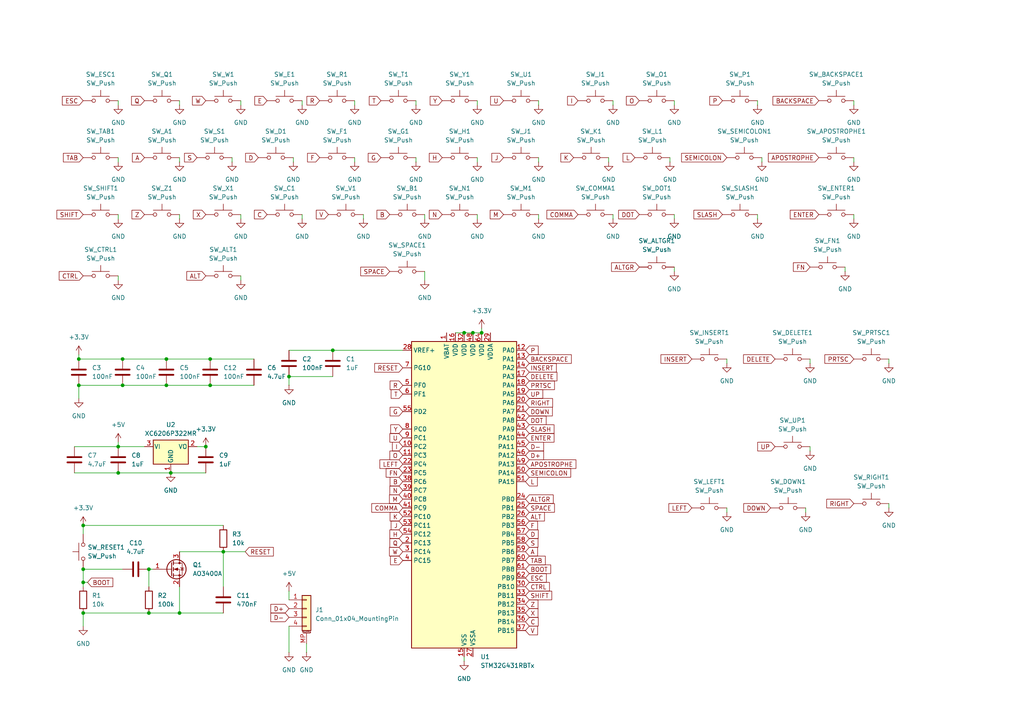
<source format=kicad_sch>
(kicad_sch (version 20231120) (generator "eeschema") (generator_version "8.0")
  (paper "A4")
  (junction (at 24.13 177.8))
  (junction (at 83.82 109.22))
  (junction (at 24.13 152.4))
  (junction (at 48.26 104.14))
  (junction (at 52.07 177.8))
  (junction (at 64.77 160.02))
  (junction (at 24.13 165.1))
  (junction (at 24.13 168.91))
  (junction (at 96.52 101.6))
  (junction (at 60.96 104.14))
  (junction (at 139.7 96.52))
  (junction (at 43.18 165.1))
  (junction (at 43.18 177.8))
  (junction (at 22.86 104.14))
  (junction (at 48.26 111.76))
  (junction (at 137.16 96.52))
  (junction (at 134.62 96.52))
  (junction (at 34.29 137.16))
  (junction (at 34.29 129.54))
  (junction (at 22.86 111.76))
  (junction (at 59.69 129.54))
  (junction (at 60.96 111.76))
  (junction (at 35.56 104.14))
  (junction (at 49.53 137.16))
  (junction (at 35.56 111.76))
  (wire (pts (xy 102.87 45.72) (xy 102.87 46.99)))
  (wire (pts (xy 123.19 62.23) (xy 123.19 63.5)))
  (wire (pts (xy 85.09 45.72) (xy 85.09 46.99)))
  (wire (pts (xy 120.65 45.72) (xy 120.65 46.99)))
  (wire (pts (xy 139.7 95.25) (xy 139.7 96.52)))
  (wire (pts (xy 83.82 181.61) (xy 83.82 189.23)))
  (wire (pts (xy 105.41 62.23) (xy 105.41 63.5)))
  (wire (pts (xy 257.81 146.05) (xy 257.81 147.32)))
  (wire (pts (xy 194.31 45.72) (xy 194.31 46.99)))
  (wire (pts (xy 138.43 45.72) (xy 138.43 46.99)))
  (wire (pts (xy 22.86 104.14) (xy 35.56 104.14)))
  (wire (pts (xy 52.07 177.8) (xy 64.77 177.8)))
  (wire (pts (xy 69.85 80.01) (xy 69.85 81.28)))
  (wire (pts (xy 156.21 62.23) (xy 156.21 63.5)))
  (wire (pts (xy 43.18 165.1) (xy 43.18 170.18)))
  (wire (pts (xy 34.29 128.27) (xy 34.29 129.54)))
  (wire (pts (xy 24.13 165.1) (xy 35.56 165.1)))
  (wire (pts (xy 102.87 29.21) (xy 102.87 30.48)))
  (wire (pts (xy 60.96 104.14) (xy 73.66 104.14)))
  (wire (pts (xy 195.58 62.23) (xy 195.58 63.5)))
  (wire (pts (xy 48.26 104.14) (xy 60.96 104.14)))
  (wire (pts (xy 67.31 45.72) (xy 67.31 46.99)))
  (wire (pts (xy 219.71 62.23) (xy 219.71 63.5)))
  (wire (pts (xy 21.59 129.54) (xy 34.29 129.54)))
  (wire (pts (xy 96.52 101.6) (xy 116.84 101.6)))
  (wire (pts (xy 24.13 177.8) (xy 43.18 177.8)))
  (wire (pts (xy 43.18 177.8) (xy 52.07 177.8)))
  (wire (pts (xy 69.85 29.21) (xy 69.85 30.48)))
  (wire (pts (xy 156.21 29.21) (xy 156.21 30.48)))
  (wire (pts (xy 87.63 62.23) (xy 87.63 63.5)))
  (wire (pts (xy 34.29 29.21) (xy 34.29 30.48)))
  (wire (pts (xy 247.65 45.72) (xy 247.65 46.99)))
  (wire (pts (xy 138.43 29.21) (xy 138.43 30.48)))
  (wire (pts (xy 34.29 80.01) (xy 34.29 81.28)))
  (wire (pts (xy 210.82 147.32) (xy 210.82 148.59)))
  (wire (pts (xy 83.82 109.22) (xy 96.52 109.22)))
  (wire (pts (xy 60.96 111.76) (xy 73.66 111.76)))
  (wire (pts (xy 24.13 152.4) (xy 64.77 152.4)))
  (wire (pts (xy 52.07 62.23) (xy 52.07 63.5)))
  (wire (pts (xy 120.65 29.21) (xy 120.65 30.48)))
  (wire (pts (xy 49.53 137.16) (xy 59.69 137.16)))
  (wire (pts (xy 220.98 45.72) (xy 220.98 46.99)))
  (wire (pts (xy 24.13 165.1) (xy 24.13 168.91)))
  (wire (pts (xy 83.82 101.6) (xy 96.52 101.6)))
  (wire (pts (xy 134.62 190.5) (xy 134.62 191.77)))
  (wire (pts (xy 234.95 129.54) (xy 234.95 130.81)))
  (wire (pts (xy 34.29 62.23) (xy 34.29 63.5)))
  (wire (pts (xy 138.43 62.23) (xy 138.43 63.5)))
  (wire (pts (xy 247.65 29.21) (xy 247.65 30.48)))
  (wire (pts (xy 24.13 177.8) (xy 24.13 181.61)))
  (wire (pts (xy 123.19 78.74) (xy 123.19 81.28)))
  (wire (pts (xy 52.07 170.18) (xy 52.07 177.8)))
  (wire (pts (xy 52.07 160.02) (xy 64.77 160.02)))
  (wire (pts (xy 22.86 111.76) (xy 22.86 115.57)))
  (wire (pts (xy 57.15 129.54) (xy 59.69 129.54)))
  (wire (pts (xy 257.81 104.14) (xy 257.81 105.41)))
  (wire (pts (xy 219.71 29.21) (xy 219.71 30.48)))
  (wire (pts (xy 48.26 111.76) (xy 60.96 111.76)))
  (wire (pts (xy 137.16 96.52) (xy 139.7 96.52)))
  (wire (pts (xy 52.07 45.72) (xy 52.07 46.99)))
  (wire (pts (xy 233.68 147.32) (xy 233.68 148.59)))
  (wire (pts (xy 134.62 96.52) (xy 137.16 96.52)))
  (wire (pts (xy 247.65 62.23) (xy 247.65 63.5)))
  (wire (pts (xy 88.9 186.69) (xy 88.9 189.23)))
  (wire (pts (xy 245.11 77.47) (xy 245.11 78.74)))
  (wire (pts (xy 83.82 109.22) (xy 83.82 111.76)))
  (wire (pts (xy 176.53 45.72) (xy 176.53 46.99)))
  (wire (pts (xy 34.29 137.16) (xy 49.53 137.16)))
  (wire (pts (xy 22.86 102.87) (xy 22.86 104.14)))
  (wire (pts (xy 35.56 104.14) (xy 48.26 104.14)))
  (wire (pts (xy 87.63 29.21) (xy 87.63 30.48)))
  (wire (pts (xy 69.85 62.23) (xy 69.85 63.5)))
  (wire (pts (xy 64.77 160.02) (xy 64.77 170.18)))
  (wire (pts (xy 177.8 29.21) (xy 177.8 30.48)))
  (wire (pts (xy 156.21 45.72) (xy 156.21 46.99)))
  (wire (pts (xy 234.95 104.14) (xy 234.95 105.41)))
  (wire (pts (xy 24.13 154.94) (xy 24.13 152.4)))
  (wire (pts (xy 35.56 111.76) (xy 48.26 111.76)))
  (wire (pts (xy 21.59 137.16) (xy 34.29 137.16)))
  (wire (pts (xy 43.18 165.1) (xy 44.45 165.1)))
  (wire (pts (xy 34.29 129.54) (xy 41.91 129.54)))
  (wire (pts (xy 177.8 62.23) (xy 177.8 63.5)))
  (wire (pts (xy 24.13 168.91) (xy 25.4 168.91)))
  (wire (pts (xy 24.13 168.91) (xy 24.13 170.18)))
  (wire (pts (xy 195.58 29.21) (xy 195.58 30.48)))
  (wire (pts (xy 210.82 104.14) (xy 210.82 105.41)))
  (wire (pts (xy 34.29 45.72) (xy 34.29 46.99)))
  (wire (pts (xy 195.58 77.47) (xy 195.58 78.74)))
  (wire (pts (xy 83.82 171.45) (xy 83.82 173.99)))
  (wire (pts (xy 132.08 96.52) (xy 134.62 96.52)))
  (wire (pts (xy 52.07 29.21) (xy 52.07 30.48)))
  (wire (pts (xy 64.77 160.02) (xy 71.12 160.02)))
  (wire (pts (xy 22.86 111.76) (xy 35.56 111.76)))
  (global_label "N" (shape input) (at 128.27 62.23 180) (property "Intersheetrefs" "${INTERSHEET_REFS}" (effects (hide yes))))
  (global_label "D+" (shape input) (at 152.4 132.08 0) (property "Intersheetrefs" "${INTERSHEET_REFS}" (effects (hide yes))))
  (global_label "L" (shape input) (at 184.15 45.72 180) (property "Intersheetrefs" "${INTERSHEET_REFS}" (effects (hide yes))))
  (global_label "D" (shape input) (at 74.93 45.72 180) (property "Intersheetrefs" "${INTERSHEET_REFS}" (effects (hide yes))))
  (global_label "E" (shape input) (at 77.47 29.21 180) (property "Intersheetrefs" "${INTERSHEET_REFS}" (effects (hide yes))))
  (global_label "Q" (shape input) (at 41.91 29.21 180) (property "Intersheetrefs" "${INTERSHEET_REFS}" (effects (hide yes))))
  (global_label "PRTSC" (shape input) (at 247.65 104.14 180) (property "Intersheetrefs" "${INTERSHEET_REFS}" (effects (hide yes))))
  (global_label "ALT" (shape input) (at 59.69 80.01 180) (property "Intersheetrefs" "${INTERSHEET_REFS}" (effects (hide yes))))
  (global_label "RESET" (shape input) (at 116.84 106.68 180) (property "Intersheetrefs" "${INTERSHEET_REFS}" (effects (hide yes))))
  (global_label "Y" (shape input) (at 116.84 124.46 180) (property "Intersheetrefs" "${INTERSHEET_REFS}" (effects (hide yes))))
  (global_label "ESC" (shape input) (at 152.4 167.64 0) (property "Intersheetrefs" "${INTERSHEET_REFS}" (effects (hide yes))))
  (global_label "X" (shape input) (at 59.69 62.23 180) (property "Intersheetrefs" "${INTERSHEET_REFS}" (effects (hide yes))))
  (global_label "H" (shape input) (at 128.27 45.72 180) (property "Intersheetrefs" "${INTERSHEET_REFS}" (effects (hide yes))))
  (global_label "FN" (shape input) (at 234.95 77.47 180) (property "Intersheetrefs" "${INTERSHEET_REFS}" (effects (hide yes))))
  (global_label "S" (shape input) (at 152.4 157.48 0) (property "Intersheetrefs" "${INTERSHEET_REFS}" (effects (hide yes))))
  (global_label "ALT" (shape input) (at 152.4 149.86 0) (property "Intersheetrefs" "${INTERSHEET_REFS}" (effects (hide yes))))
  (global_label "B" (shape input) (at 113.03 62.23 180) (property "Intersheetrefs" "${INTERSHEET_REFS}" (effects (hide yes))))
  (global_label "V" (shape input) (at 152.4 182.88 0) (property "Intersheetrefs" "${INTERSHEET_REFS}" (effects (hide yes))))
  (global_label "SEMICOLON" (shape input) (at 210.82 45.72 180) (property "Intersheetrefs" "${INTERSHEET_REFS}" (effects (hide yes))))
  (global_label "I" (shape input) (at 167.64 29.21 180) (property "Intersheetrefs" "${INTERSHEET_REFS}" (effects (hide yes))))
  (global_label "COMMA" (shape input) (at 167.64 62.23 180) (property "Intersheetrefs" "${INTERSHEET_REFS}" (effects (hide yes))))
  (global_label "C" (shape input) (at 152.4 180.34 0) (property "Intersheetrefs" "${INTERSHEET_REFS}" (effects (hide yes))))
  (global_label "SPACE" (shape input) (at 113.03 78.74 180) (property "Intersheetrefs" "${INTERSHEET_REFS}" (effects (hide yes))))
  (global_label "SPACE" (shape input) (at 152.4 147.32 0) (property "Intersheetrefs" "${INTERSHEET_REFS}" (effects (hide yes))))
  (global_label "W" (shape input) (at 116.84 160.02 180) (property "Intersheetrefs" "${INTERSHEET_REFS}" (effects (hide yes))))
  (global_label "SEMICOLON" (shape input) (at 152.4 137.16 0) (property "Intersheetrefs" "${INTERSHEET_REFS}" (effects (hide yes))))
  (global_label "O" (shape input) (at 185.42 29.21 180) (property "Intersheetrefs" "${INTERSHEET_REFS}" (effects (hide yes))))
  (global_label "P" (shape input) (at 152.4 101.6 0) (property "Intersheetrefs" "${INTERSHEET_REFS}" (effects (hide yes))))
  (global_label "BOOT" (shape input) (at 25.4 168.91 0) (property "Intersheetrefs" "${INTERSHEET_REFS}" (effects (hide yes))))
  (global_label "M" (shape input) (at 146.05 62.23 180) (property "Intersheetrefs" "${INTERSHEET_REFS}" (effects (hide yes))))
  (global_label "Z" (shape input) (at 41.91 62.23 180) (property "Intersheetrefs" "${INTERSHEET_REFS}" (effects (hide yes))))
  (global_label "BACKSPACE" (shape input) (at 152.4 104.14 0) (property "Intersheetrefs" "${INTERSHEET_REFS}" (effects (hide yes))))
  (global_label "CTRL" (shape input) (at 24.13 80.01 180) (property "Intersheetrefs" "${INTERSHEET_REFS}" (effects (hide yes))))
  (global_label "APOSTROPHE" (shape input) (at 152.4 134.62 0) (property "Intersheetrefs" "${INTERSHEET_REFS}" (effects (hide yes))))
  (global_label "G" (shape input) (at 110.49 45.72 180) (property "Intersheetrefs" "${INTERSHEET_REFS}" (effects (hide yes))))
  (global_label "BOOT" (shape input) (at 152.4 165.1 0) (property "Intersheetrefs" "${INTERSHEET_REFS}" (effects (hide yes))))
  (global_label "D-" (shape input) (at 152.4 129.54 0) (property "Intersheetrefs" "${INTERSHEET_REFS}" (effects (hide yes))))
  (global_label "N" (shape input) (at 116.84 142.24 180) (property "Intersheetrefs" "${INTERSHEET_REFS}" (effects (hide yes))))
  (global_label "UP" (shape input) (at 152.4 114.3 0) (property "Intersheetrefs" "${INTERSHEET_REFS}" (effects (hide yes))))
  (global_label "TAB" (shape input) (at 152.4 162.56 0) (property "Intersheetrefs" "${INTERSHEET_REFS}" (effects (hide yes))))
  (global_label "DOWN" (shape input) (at 223.52 147.32 180) (property "Intersheetrefs" "${INTERSHEET_REFS}" (effects (hide yes))))
  (global_label "LEFT" (shape input) (at 200.66 147.32 180) (property "Intersheetrefs" "${INTERSHEET_REFS}" (effects (hide yes))))
  (global_label "SLASH" (shape input) (at 152.4 124.46 0) (property "Intersheetrefs" "${INTERSHEET_REFS}" (effects (hide yes))))
  (global_label "J" (shape input) (at 116.84 152.4 180) (property "Intersheetrefs" "${INTERSHEET_REFS}" (effects (hide yes))))
  (global_label "FN" (shape input) (at 116.84 137.16 180) (property "Intersheetrefs" "${INTERSHEET_REFS}" (effects (hide yes))))
  (global_label "S" (shape input) (at 57.15 45.72 180) (property "Intersheetrefs" "${INTERSHEET_REFS}" (effects (hide yes))))
  (global_label "U" (shape input) (at 116.84 127 180) (property "Intersheetrefs" "${INTERSHEET_REFS}" (effects (hide yes))))
  (global_label "Y" (shape input) (at 128.27 29.21 180) (property "Intersheetrefs" "${INTERSHEET_REFS}" (effects (hide yes))))
  (global_label "F" (shape input) (at 152.4 152.4 0) (property "Intersheetrefs" "${INTERSHEET_REFS}" (effects (hide yes))))
  (global_label "J" (shape input) (at 146.05 45.72 180) (property "Intersheetrefs" "${INTERSHEET_REFS}" (effects (hide yes))))
  (global_label "A" (shape input) (at 41.91 45.72 180) (property "Intersheetrefs" "${INTERSHEET_REFS}" (effects (hide yes))))
  (global_label "V" (shape input) (at 95.25 62.23 180) (property "Intersheetrefs" "${INTERSHEET_REFS}" (effects (hide yes))))
  (global_label "UP" (shape input) (at 224.79 129.54 180) (property "Intersheetrefs" "${INTERSHEET_REFS}" (effects (hide yes))))
  (global_label "SHIFT" (shape input) (at 152.4 172.72 0) (property "Intersheetrefs" "${INTERSHEET_REFS}" (effects (hide yes))))
  (global_label "H" (shape input) (at 116.84 154.94 180) (property "Intersheetrefs" "${INTERSHEET_REFS}" (effects (hide yes))))
  (global_label "RIGHT" (shape input) (at 247.65 146.05 180) (property "Intersheetrefs" "${INTERSHEET_REFS}" (effects (hide yes))))
  (global_label "R" (shape input) (at 116.84 111.76 180) (property "Intersheetrefs" "${INTERSHEET_REFS}" (effects (hide yes))))
  (global_label "PRTSC" (shape input) (at 152.4 111.76 0) (property "Intersheetrefs" "${INTERSHEET_REFS}" (effects (hide yes))))
  (global_label "ALTGR" (shape input) (at 152.4 144.78 0) (property "Intersheetrefs" "${INTERSHEET_REFS}" (effects (hide yes))))
  (global_label "I" (shape input) (at 116.84 129.54 180) (property "Intersheetrefs" "${INTERSHEET_REFS}" (effects (hide yes))))
  (global_label "K" (shape input) (at 116.84 149.86 180) (property "Intersheetrefs" "${INTERSHEET_REFS}" (effects (hide yes))))
  (global_label "DOT" (shape input) (at 152.4 121.92 0) (property "Intersheetrefs" "${INTERSHEET_REFS}" (effects (hide yes))))
  (global_label "D+" (shape input) (at 83.82 176.53 180) (property "Intersheetrefs" "${INTERSHEET_REFS}" (effects (hide yes))))
  (global_label "DOWN" (shape input) (at 152.4 119.38 0) (property "Intersheetrefs" "${INTERSHEET_REFS}" (effects (hide yes))))
  (global_label "INSERT" (shape input) (at 152.4 106.68 0) (property "Intersheetrefs" "${INTERSHEET_REFS}" (effects (hide yes))))
  (global_label "M" (shape input) (at 116.84 144.78 180) (property "Intersheetrefs" "${INTERSHEET_REFS}" (effects (hide yes))))
  (global_label "COMMA" (shape input) (at 116.84 147.32 180) (property "Intersheetrefs" "${INTERSHEET_REFS}" (effects (hide yes))))
  (global_label "F" (shape input) (at 92.71 45.72 180) (property "Intersheetrefs" "${INTERSHEET_REFS}" (effects (hide yes))))
  (global_label "A" (shape input) (at 152.4 160.02 0) (property "Intersheetrefs" "${INTERSHEET_REFS}" (effects (hide yes))))
  (global_label "B" (shape input) (at 116.84 139.7 180) (property "Intersheetrefs" "${INTERSHEET_REFS}" (effects (hide yes))))
  (global_label "RIGHT" (shape input) (at 152.4 116.84 0) (property "Intersheetrefs" "${INTERSHEET_REFS}" (effects (hide yes))))
  (global_label "LEFT" (shape input) (at 116.84 134.62 180) (property "Intersheetrefs" "${INTERSHEET_REFS}" (effects (hide yes))))
  (global_label "INSERT" (shape input) (at 200.66 104.14 180) (property "Intersheetrefs" "${INTERSHEET_REFS}" (effects (hide yes))))
  (global_label "DELETE" (shape input) (at 152.4 109.22 0) (property "Intersheetrefs" "${INTERSHEET_REFS}" (effects (hide yes))))
  (global_label "U" (shape input) (at 146.05 29.21 180) (property "Intersheetrefs" "${INTERSHEET_REFS}" (effects (hide yes))))
  (global_label "L" (shape input) (at 152.4 139.7 0) (property "Intersheetrefs" "${INTERSHEET_REFS}" (effects (hide yes))))
  (global_label "R" (shape input) (at 92.71 29.21 180) (property "Intersheetrefs" "${INTERSHEET_REFS}" (effects (hide yes))))
  (global_label "G" (shape input) (at 116.84 119.38 180) (property "Intersheetrefs" "${INTERSHEET_REFS}" (effects (hide yes))))
  (global_label "X" (shape input) (at 152.4 177.8 0) (property "Intersheetrefs" "${INTERSHEET_REFS}" (effects (hide yes))))
  (global_label "C" (shape input) (at 77.47 62.23 180) (property "Intersheetrefs" "${INTERSHEET_REFS}" (effects (hide yes))))
  (global_label "Q" (shape input) (at 116.84 157.48 180) (property "Intersheetrefs" "${INTERSHEET_REFS}" (effects (hide yes))))
  (global_label "ALTGR" (shape input) (at 185.42 77.47 180) (property "Intersheetrefs" "${INTERSHEET_REFS}" (effects (hide yes))))
  (global_label "E" (shape input) (at 116.84 162.56 180) (property "Intersheetrefs" "${INTERSHEET_REFS}" (effects (hide yes))))
  (global_label "SLASH" (shape input) (at 209.55 62.23 180) (property "Intersheetrefs" "${INTERSHEET_REFS}" (effects (hide yes))))
  (global_label "O" (shape input) (at 116.84 132.08 180) (property "Intersheetrefs" "${INTERSHEET_REFS}" (effects (hide yes))))
  (global_label "SHIFT" (shape input) (at 24.13 62.23 180) (property "Intersheetrefs" "${INTERSHEET_REFS}" (effects (hide yes))))
  (global_label "D-" (shape input) (at 83.82 179.07 180) (property "Intersheetrefs" "${INTERSHEET_REFS}" (effects (hide yes))))
  (global_label "BACKSPACE" (shape input) (at 237.49 29.21 180) (property "Intersheetrefs" "${INTERSHEET_REFS}" (effects (hide yes))))
  (global_label "Z" (shape input) (at 152.4 175.26 0) (property "Intersheetrefs" "${INTERSHEET_REFS}" (effects (hide yes))))
  (global_label "DELETE" (shape input) (at 224.79 104.14 180) (property "Intersheetrefs" "${INTERSHEET_REFS}" (effects (hide yes))))
  (global_label "ESC" (shape input) (at 24.13 29.21 180) (property "Intersheetrefs" "${INTERSHEET_REFS}" (effects (hide yes))))
  (global_label "D" (shape input) (at 152.4 154.94 0) (property "Intersheetrefs" "${INTERSHEET_REFS}" (effects (hide yes))))
  (global_label "T" (shape input) (at 110.49 29.21 180) (property "Intersheetrefs" "${INTERSHEET_REFS}" (effects (hide yes))))
  (global_label "DOT" (shape input) (at 185.42 62.23 180) (property "Intersheetrefs" "${INTERSHEET_REFS}" (effects (hide yes))))
  (global_label "K" (shape input) (at 166.37 45.72 180) (property "Intersheetrefs" "${INTERSHEET_REFS}" (effects (hide yes))))
  (global_label "ENTER" (shape input) (at 237.49 62.23 180) (property "Intersheetrefs" "${INTERSHEET_REFS}" (effects (hide yes))))
  (global_label "W" (shape input) (at 59.69 29.21 180) (property "Intersheetrefs" "${INTERSHEET_REFS}" (effects (hide yes))))
  (global_label "P" (shape input) (at 209.55 29.21 180) (property "Intersheetrefs" "${INTERSHEET_REFS}" (effects (hide yes))))
  (global_label "APOSTROPHE" (shape input) (at 237.49 45.72 180) (property "Intersheetrefs" "${INTERSHEET_REFS}" (effects (hide yes))))
  (global_label "T" (shape input) (at 116.84 114.3 180) (property "Intersheetrefs" "${INTERSHEET_REFS}" (effects (hide yes))))
  (global_label "TAB" (shape input) (at 24.13 45.72 180) (property "Intersheetrefs" "${INTERSHEET_REFS}" (effects (hide yes))))
  (global_label "RESET" (shape input) (at 71.12 160.02 0) (property "Intersheetrefs" "${INTERSHEET_REFS}" (effects (hide yes))))
  (global_label "CTRL" (shape input) (at 152.4 170.18 0) (property "Intersheetrefs" "${INTERSHEET_REFS}" (effects (hide yes))))
  (global_label "ENTER" (shape input) (at 152.4 127 0) (property "Intersheetrefs" "${INTERSHEET_REFS}" (effects (hide yes))))
  (symbol (lib_id "Switch:SW_Push") (at 172.72 62.23 0) (unit 1)
    (property "Reference" "SW_COMMA1" (at 172.72 54.61 0))
    (property "Value" "SW_Push" (at 172.72 57.15 0))
    (property "Footprint" "Button_Switch_Keyboard:SW_Cherry_MX_1.00u_PCB" (effects (hide yes)))
    (property "Description" "Push button switch, generic, two pins" (effects (hide yes)))
  )
  (symbol (lib_id "Switch:SW_Push") (at 190.5 62.23 0) (unit 1)
    (property "Reference" "SW_DOT1" (at 190.5 54.61 0))
    (property "Value" "SW_Push" (at 190.5 57.15 0))
    (property "Footprint" "Button_Switch_Keyboard:SW_Cherry_MX_1.00u_PCB" (effects (hide yes)))
    (property "Description" "Push button switch, generic, two pins" (effects (hide yes)))
  )
  (symbol (lib_id "Switch:SW_Push") (at 214.63 62.23 0) (unit 1)
    (property "Reference" "SW_SLASH1" (at 214.63 54.61 0))
    (property "Value" "SW_Push" (at 214.63 57.15 0))
    (property "Footprint" "Button_Switch_Keyboard:SW_Cherry_MX_1.00u_PCB" (effects (hide yes)))
    (property "Description" "Push button switch, generic, two pins" (effects (hide yes)))
  )
  (symbol (lib_id "Regulator_Linear:XC6206PxxxMR") (at 49.53 129.54 0) (unit 1)
    (property "Reference" "U2" (at 49.53 123.19 0))
    (property "Value" "XC6206P322MR" (at 49.53 125.73 0))
    (property "Footprint" "Package_TO_SOT_SMD:SOT-23-3" (effects (hide yes)))
    (property "Datasheet" "https://www.torexsemi.com/file/xc6206/XC6206.pdf" (effects (hide yes)))
    (property "Description" "Positive 60-250mA Low Dropout Regulator, Fixed Output, SOT-23" (effects (hide yes)))
  )
  (symbol (lib_id "Device:C") (at 73.66 107.95 0) (unit 1)
    (property "Reference" "C6" (at 77.47 106.6799 0) (effects (justify left)))
    (property "Value" "4.7uF" (at 77.47 109.2199 0) (effects (justify left)))
    (property "Footprint" "Capacitor_SMD:C_0805_2012Metric" (effects (hide yes)))
    (property "Description" "Unpolarized capacitor" (effects (hide yes)))
  )
  (symbol (lib_id "power:GND") (at 219.71 30.48 0) (unit 1)
    (property "Reference" "#PWR012" (effects (hide yes)))
    (property "Value" "GND" (at 219.71 35.56 0))
    (property "Description" "Power symbol creates a global label with name \"GND\" , ground" (effects (hide yes)))
  )
  (symbol (lib_id "power:GND") (at 120.65 30.48 0) (unit 1)
    (property "Reference" "#PWR07" (effects (hide yes)))
    (property "Value" "GND" (at 120.65 35.56 0))
    (property "Description" "Power symbol creates a global label with name \"GND\" , ground" (effects (hide yes)))
  )
  (symbol (lib_id "power:GND") (at 34.29 81.28 0) (unit 1)
    (property "Reference" "#PWR042" (effects (hide yes)))
    (property "Value" "GND" (at 34.29 86.36 0))
    (property "Description" "Power symbol creates a global label with name \"GND\" , ground" (effects (hide yes)))
  )
  (symbol (lib_id "Switch:SW_Push") (at 64.77 62.23 0) (unit 1)
    (property "Reference" "SW_X1" (at 64.77 54.61 0))
    (property "Value" "SW_Push" (at 64.77 57.15 0))
    (property "Footprint" "Button_Switch_Keyboard:SW_Cherry_MX_1.00u_PCB" (effects (hide yes)))
    (property "Description" "Push button switch, generic, two pins" (effects (hide yes)))
  )
  (symbol (lib_id "power:GND") (at 177.8 30.48 0) (unit 1)
    (property "Reference" "#PWR010" (effects (hide yes)))
    (property "Value" "GND" (at 177.8 35.56 0))
    (property "Description" "Power symbol creates a global label with name \"GND\" , ground" (effects (hide yes)))
  )
  (symbol (lib_id "power:GND") (at 176.53 46.99 0) (unit 1)
    (property "Reference" "#PWR017" (effects (hide yes)))
    (property "Value" "GND" (at 176.53 52.07 0))
    (property "Description" "Power symbol creates a global label with name \"GND\" , ground" (effects (hide yes)))
  )
  (symbol (lib_id "Device:R") (at 64.77 156.21 0) (unit 1)
    (property "Reference" "R3" (at 67.31 154.9399 0) (effects (justify left)))
    (property "Value" "10k" (at 67.31 157.4799 0) (effects (justify left)))
    (property "Footprint" "Resistor_SMD:R_0805_2012Metric" (effects (hide yes)))
    (property "Description" "Resistor" (effects (hide yes)))
  )
  (symbol (lib_id "power:+5V") (at 34.29 128.27 0) (unit 1)
    (property "Reference" "#PWR057" (effects (hide yes)))
    (property "Value" "+5V" (at 34.29 123.19 0))
    (property "Description" "Power symbol creates a global label with name \"+5V\"" (effects (hide yes)))
  )
  (symbol (lib_id "Switch:SW_Push") (at 205.74 104.14 0) (unit 1)
    (property "Reference" "SW_INSERT1" (at 205.74 96.52 0))
    (property "Value" "SW_Push" (at 205.74 99.06 0))
    (property "Footprint" "Button_Switch_Keyboard:SW_Cherry_MX_1.00u_PCB" (effects (hide yes)))
    (property "Description" "Push button switch, generic, two pins" (effects (hide yes)))
  )
  (symbol (lib_id "power:GND") (at 195.58 78.74 0) (unit 1)
    (property "Reference" "#PWR039" (effects (hide yes)))
    (property "Value" "GND" (at 195.58 83.82 0))
    (property "Description" "Power symbol creates a global label with name \"GND\" , ground" (effects (hide yes)))
  )
  (symbol (lib_id "Switch:SW_Push") (at 228.6 147.32 0) (unit 1)
    (property "Reference" "SW_DOWN1" (at 228.6 139.7 0))
    (property "Value" "SW_Push" (at 228.6 142.24 0))
    (property "Footprint" "Button_Switch_Keyboard:SW_Cherry_MX_1.00u_PCB" (effects (hide yes)))
    (property "Description" "Push button switch, generic, two pins" (effects (hide yes)))
  )
  (symbol (lib_id "Switch:SW_Push") (at 115.57 45.72 0) (unit 1)
    (property "Reference" "SW_G1" (at 115.57 38.1 0))
    (property "Value" "SW_Push" (at 115.57 40.64 0))
    (property "Footprint" "Button_Switch_Keyboard:SW_Cherry_MX_1.00u_PCB" (effects (hide yes)))
    (property "Description" "Push button switch, generic, two pins" (effects (hide yes)))
  )
  (symbol (lib_id "Switch:SW_Push") (at 97.79 29.21 0) (unit 1)
    (property "Reference" "SW_R1" (at 97.79 21.59 0))
    (property "Value" "SW_Push" (at 97.79 24.13 0))
    (property "Footprint" "Button_Switch_Keyboard:SW_Cherry_MX_1.00u_PCB" (effects (hide yes)))
    (property "Description" "Push button switch, generic, two pins" (effects (hide yes)))
  )
  (symbol (lib_id "power:GND") (at 195.58 63.5 0) (unit 1)
    (property "Reference" "#PWR035" (effects (hide yes)))
    (property "Value" "GND" (at 195.58 68.58 0))
    (property "Description" "Power symbol creates a global label with name \"GND\" , ground" (effects (hide yes)))
  )
  (symbol (lib_id "power:+5V") (at 83.82 171.45 0) (unit 1)
    (property "Reference" "#PWR056" (effects (hide yes)))
    (property "Value" "+5V" (at 83.82 166.37 0))
    (property "Description" "Power symbol creates a global label with name \"+5V\"" (effects (hide yes)))
  )
  (symbol (lib_id "Switch:SW_Push") (at 240.03 77.47 0) (unit 1)
    (property "Reference" "SW_FN1" (at 240.03 69.85 0))
    (property "Value" "SW_Push" (at 240.03 72.39 0))
    (property "Footprint" "Button_Switch_Keyboard:SW_Cherry_MX_1.00u_PCB" (effects (hide yes)))
    (property "Description" "Push button switch, generic, two pins" (effects (hide yes)))
  )
  (symbol (lib_id "power:+3.3V") (at 22.86 102.87 0) (unit 1)
    (property "Reference" "#PWR055" (effects (hide yes)))
    (property "Value" "+3.3V" (at 22.86 97.79 0))
    (property "Description" "Power symbol creates a global label with name \"+3.3V\"" (effects (hide yes)))
  )
  (symbol (lib_id "Connector_Generic_MountingPin:Conn_01x04_MountingPin") (at 88.9 176.53 0) (unit 1)
    (property "Reference" "J1" (at 91.44 176.8855 0) (effects (justify left)))
    (property "Value" "Conn_01x04_MountingPin" (at 91.44 179.4255 0) (effects (justify left)))
    (property "Footprint" "Connector_Molex:Molex_Pico-EZmate_78171-0004_1x04-1MP_P1.20mm_Vertical" (effects (hide yes)))
    (property "Description" "Generic connectable mounting pin connector, single row, 01x04, script generated (kicad-library-utils/schlib/autogen/connector/)" (effects (hide yes)))
  )
  (symbol (lib_id "power:GND") (at 52.07 46.99 0) (unit 1)
    (property "Reference" "#PWR024" (effects (hide yes)))
    (property "Value" "GND" (at 52.07 52.07 0))
    (property "Description" "Power symbol creates a global label with name \"GND\" , ground" (effects (hide yes)))
  )
  (symbol (lib_id "power:GND") (at 83.82 111.76 0) (unit 1)
    (property "Reference" "#PWR053" (effects (hide yes)))
    (property "Value" "GND" (at 83.82 116.84 0))
    (property "Description" "Power symbol creates a global label with name \"GND\" , ground" (effects (hide yes)))
  )
  (symbol (lib_id "power:GND") (at 247.65 30.48 0) (unit 1)
    (property "Reference" "#PWR013" (effects (hide yes)))
    (property "Value" "GND" (at 247.65 35.56 0))
    (property "Description" "Power symbol creates a global label with name \"GND\" , ground" (effects (hide yes)))
  )
  (symbol (lib_id "power:GND") (at 88.9 189.23 0) (unit 1)
    (property "Reference" "#PWR050" (effects (hide yes)))
    (property "Value" "GND" (at 88.9 194.31 0))
    (property "Description" "Power symbol creates a global label with name \"GND\" , ground" (effects (hide yes)))
  )
  (symbol (lib_id "Switch:SW_Push") (at 171.45 45.72 0) (unit 1)
    (property "Reference" "SW_K1" (at 171.45 38.1 0))
    (property "Value" "SW_Push" (at 171.45 40.64 0))
    (property "Footprint" "Button_Switch_Keyboard:SW_Cherry_MX_1.00u_PCB" (effects (hide yes)))
    (property "Description" "Push button switch, generic, two pins" (effects (hide yes)))
  )
  (symbol (lib_id "Switch:SW_Push") (at 133.35 62.23 0) (unit 1)
    (property "Reference" "SW_N1" (at 133.35 54.61 0))
    (property "Value" "SW_Push" (at 133.35 57.15 0))
    (property "Footprint" "Button_Switch_Keyboard:SW_Cherry_MX_1.00u_PCB" (effects (hide yes)))
    (property "Description" "Push button switch, generic, two pins" (effects (hide yes)))
  )
  (symbol (lib_id "power:GND") (at 156.21 30.48 0) (unit 1)
    (property "Reference" "#PWR09" (effects (hide yes)))
    (property "Value" "GND" (at 156.21 35.56 0))
    (property "Description" "Power symbol creates a global label with name \"GND\" , ground" (effects (hide yes)))
  )
  (symbol (lib_id "Switch:SW_Push") (at 242.57 45.72 0) (unit 1)
    (property "Reference" "SW_APOSTROPHE1" (at 242.57 38.1 0))
    (property "Value" "SW_Push" (at 242.57 40.64 0))
    (property "Footprint" "Button_Switch_Keyboard:SW_Cherry_MX_1.50u_PCB" (effects (hide yes)))
    (property "Description" "Push button switch, generic, two pins" (effects (hide yes)))
  )
  (symbol (lib_id "Device:C") (at 83.82 105.41 0) (unit 1)
    (property "Reference" "C2" (at 87.63 104.1399 0) (effects (justify left)))
    (property "Value" "100nF" (at 87.63 106.6799 0) (effects (justify left)))
    (property "Footprint" "Capacitor_SMD:C_0805_2012Metric" (effects (hide yes)))
    (property "Description" "Unpolarized capacitor" (effects (hide yes)))
  )
  (symbol (lib_id "power:GND") (at 69.85 63.5 0) (unit 1)
    (property "Reference" "#PWR028" (effects (hide yes)))
    (property "Value" "GND" (at 69.85 68.58 0))
    (property "Description" "Power symbol creates a global label with name \"GND\" , ground" (effects (hide yes)))
  )
  (symbol (lib_id "Switch:SW_Push") (at 46.99 29.21 0) (unit 1)
    (property "Reference" "SW_Q1" (at 46.99 21.59 0))
    (property "Value" "SW_Push" (at 46.99 24.13 0))
    (property "Footprint" "Button_Switch_Keyboard:SW_Cherry_MX_1.00u_PCB" (effects (hide yes)))
    (property "Description" "Push button switch, generic, two pins" (effects (hide yes)))
  )
  (symbol (lib_id "Device:C") (at 35.56 107.95 0) (unit 1)
    (property "Reference" "C4" (at 39.37 106.6799 0) (effects (justify left)))
    (property "Value" "100nF" (at 39.37 109.2199 0) (effects (justify left)))
    (property "Footprint" "Capacitor_SMD:C_0805_2012Metric" (effects (hide yes)))
    (property "Description" "Unpolarized capacitor" (effects (hide yes)))
  )
  (symbol (lib_id "power:GND") (at 177.8 63.5 0) (unit 1)
    (property "Reference" "#PWR034" (effects (hide yes)))
    (property "Value" "GND" (at 177.8 68.58 0))
    (property "Description" "Power symbol creates a global label with name \"GND\" , ground" (effects (hide yes)))
  )
  (symbol (lib_id "power:GND") (at 234.95 130.81 0) (unit 1)
    (property "Reference" "#PWR046" (effects (hide yes)))
    (property "Value" "GND" (at 234.95 135.89 0))
    (property "Description" "Power symbol creates a global label with name \"GND\" , ground" (effects (hide yes)))
  )
  (symbol (lib_id "power:GND") (at 138.43 63.5 0) (unit 1)
    (property "Reference" "#PWR032" (effects (hide yes)))
    (property "Value" "GND" (at 138.43 68.58 0))
    (property "Description" "Power symbol creates a global label with name \"GND\" , ground" (effects (hide yes)))
  )
  (symbol (lib_id "Switch:SW_Push") (at 46.99 62.23 0) (unit 1)
    (property "Reference" "SW_Z1" (at 46.99 54.61 0))
    (property "Value" "SW_Push" (at 46.99 57.15 0))
    (property "Footprint" "Button_Switch_Keyboard:SW_Cherry_MX_1.00u_PCB" (effects (hide yes)))
    (property "Description" "Push button switch, generic, two pins" (effects (hide yes)))
  )
  (symbol (lib_id "Switch:SW_Push") (at 29.21 80.01 0) (unit 1)
    (property "Reference" "SW_CTRL1" (at 29.21 72.39 0))
    (property "Value" "SW_Push" (at 29.21 74.93 0))
    (property "Footprint" "Button_Switch_Keyboard:SW_Cherry_MX_1.25u_PCB" (effects (hide yes)))
    (property "Description" "Push button switch, generic, two pins" (effects (hide yes)))
  )
  (symbol (lib_id "Switch:SW_Push") (at 46.99 45.72 0) (unit 1)
    (property "Reference" "SW_A1" (at 46.99 38.1 0))
    (property "Value" "SW_Push" (at 46.99 40.64 0))
    (property "Footprint" "Button_Switch_Keyboard:SW_Cherry_MX_1.00u_PCB" (effects (hide yes)))
    (property "Description" "Push button switch, generic, two pins" (effects (hide yes)))
  )
  (symbol (lib_id "Switch:SW_Push") (at 100.33 62.23 0) (unit 1)
    (property "Reference" "SW_V1" (at 100.33 54.61 0))
    (property "Value" "SW_Push" (at 100.33 57.15 0))
    (property "Footprint" "Button_Switch_Keyboard:SW_Cherry_MX_1.00u_PCB" (effects (hide yes)))
    (property "Description" "Push button switch, generic, two pins" (effects (hide yes)))
  )
  (symbol (lib_id "power:GND") (at 52.07 30.48 0) (unit 1)
    (property "Reference" "#PWR03" (effects (hide yes)))
    (property "Value" "GND" (at 52.07 35.56 0))
    (property "Description" "Power symbol creates a global label with name \"GND\" , ground" (effects (hide yes)))
  )
  (symbol (lib_id "power:GND") (at 245.11 78.74 0) (unit 1)
    (property "Reference" "#PWR038" (effects (hide yes)))
    (property "Value" "GND" (at 245.11 83.82 0))
    (property "Description" "Power symbol creates a global label with name \"GND\" , ground" (effects (hide yes)))
  )
  (symbol (lib_id "power:GND") (at 257.81 105.41 0) (unit 1)
    (property "Reference" "#PWR045" (effects (hide yes)))
    (property "Value" "GND" (at 257.81 110.49 0))
    (property "Description" "Power symbol creates a global label with name \"GND\" , ground" (effects (hide yes)))
  )
  (symbol (lib_id "Switch:SW_Push") (at 205.74 147.32 0) (unit 1)
    (property "Reference" "SW_LEFT1" (at 205.74 139.7 0))
    (property "Value" "SW_Push" (at 205.74 142.24 0))
    (property "Footprint" "Button_Switch_Keyboard:SW_Cherry_MX_1.00u_PCB" (effects (hide yes)))
    (property "Description" "Push button switch, generic, two pins" (effects (hide yes)))
  )
  (symbol (lib_id "Switch:SW_Push") (at 214.63 29.21 0) (unit 1)
    (property "Reference" "SW_P1" (at 214.63 21.59 0))
    (property "Value" "SW_Push" (at 214.63 24.13 0))
    (property "Footprint" "Button_Switch_Keyboard:SW_Cherry_MX_1.00u_PCB" (effects (hide yes)))
    (property "Description" "Push button switch, generic, two pins" (effects (hide yes)))
  )
  (symbol (lib_id "power:GND") (at 69.85 30.48 0) (unit 1)
    (property "Reference" "#PWR04" (effects (hide yes)))
    (property "Value" "GND" (at 69.85 35.56 0))
    (property "Description" "Power symbol creates a global label with name \"GND\" , ground" (effects (hide yes)))
  )
  (symbol (lib_id "Switch:SW_Push") (at 242.57 62.23 0) (unit 1)
    (property "Reference" "SW_ENTER1" (at 242.57 54.61 0))
    (property "Value" "SW_Push" (at 242.57 57.15 0))
    (property "Footprint" "Button_Switch_Keyboard:SW_Cherry_MX_1.25u_PCB" (effects (hide yes)))
    (property "Description" "Push button switch, generic, two pins" (effects (hide yes)))
  )
  (symbol (lib_id "power:GND") (at 247.65 46.99 0) (unit 1)
    (property "Reference" "#PWR014" (effects (hide yes)))
    (property "Value" "GND" (at 247.65 52.07 0))
    (property "Description" "Power symbol creates a global label with name \"GND\" , ground" (effects (hide yes)))
  )
  (symbol (lib_id "power:GND") (at 220.98 46.99 0) (unit 1)
    (property "Reference" "#PWR015" (effects (hide yes)))
    (property "Value" "GND" (at 220.98 52.07 0))
    (property "Description" "Power symbol creates a global label with name \"GND\" , ground" (effects (hide yes)))
  )
  (symbol (lib_id "power:GND") (at 105.41 63.5 0) (unit 1)
    (property "Reference" "#PWR030" (effects (hide yes)))
    (property "Value" "GND" (at 105.41 68.58 0))
    (property "Description" "Power symbol creates a global label with name \"GND\" , ground" (effects (hide yes)))
  )
  (symbol (lib_id "Switch:SW_Push") (at 115.57 29.21 0) (unit 1)
    (property "Reference" "SW_T1" (at 115.57 21.59 0))
    (property "Value" "SW_Push" (at 115.57 24.13 0))
    (property "Footprint" "Button_Switch_Keyboard:SW_Cherry_MX_1.00u_PCB" (effects (hide yes)))
    (property "Description" "Push button switch, generic, two pins" (effects (hide yes)))
  )
  (symbol (lib_id "Switch:SW_Push") (at 64.77 29.21 0) (unit 1)
    (property "Reference" "SW_W1" (at 64.77 21.59 0))
    (property "Value" "SW_Push" (at 64.77 24.13 0))
    (property "Footprint" "Button_Switch_Keyboard:SW_Cherry_MX_1.00u_PCB" (effects (hide yes)))
    (property "Description" "Push button switch, generic, two pins" (effects (hide yes)))
  )
  (symbol (lib_id "power:GND") (at 120.65 46.99 0) (unit 1)
    (property "Reference" "#PWR020" (effects (hide yes)))
    (property "Value" "GND" (at 120.65 52.07 0))
    (property "Description" "Power symbol creates a global label with name \"GND\" , ground" (effects (hide yes)))
  )
  (symbol (lib_id "Switch:SW_Push") (at 80.01 45.72 0) (unit 1)
    (property "Reference" "SW_D1" (at 80.01 38.1 0))
    (property "Value" "SW_Push" (at 80.01 40.64 0))
    (property "Footprint" "Button_Switch_Keyboard:SW_Cherry_MX_1.00u_PCB" (effects (hide yes)))
    (property "Description" "Push button switch, generic, two pins" (effects (hide yes)))
  )
  (symbol (lib_id "power:GND") (at 34.29 30.48 0) (unit 1)
    (property "Reference" "#PWR02" (effects (hide yes)))
    (property "Value" "GND" (at 34.29 35.56 0))
    (property "Description" "Power symbol creates a global label with name \"GND\" , ground" (effects (hide yes)))
  )
  (symbol (lib_id "power:+3.3V") (at 24.13 152.4 0) (unit 1)
    (property "Reference" "#PWR060" (effects (hide yes)))
    (property "Value" "+3.3V" (at 24.13 147.32 0))
    (property "Description" "Power symbol creates a global label with name \"+3.3V\"" (effects (hide yes)))
  )
  (symbol (lib_id "Switch:SW_Push") (at 252.73 146.05 0) (unit 1)
    (property "Reference" "SW_RIGHT1" (at 252.73 138.43 0))
    (property "Value" "SW_Push" (at 252.73 140.97 0))
    (property "Footprint" "Button_Switch_Keyboard:SW_Cherry_MX_1.00u_PCB" (effects (hide yes)))
    (property "Description" "Push button switch, generic, two pins" (effects (hide yes)))
  )
  (symbol (lib_id "power:GND") (at 210.82 105.41 0) (unit 1)
    (property "Reference" "#PWR043" (effects (hide yes)))
    (property "Value" "GND" (at 210.82 110.49 0))
    (property "Description" "Power symbol creates a global label with name \"GND\" , ground" (effects (hide yes)))
  )
  (symbol (lib_id "power:GND") (at 195.58 30.48 0) (unit 1)
    (property "Reference" "#PWR011" (effects (hide yes)))
    (property "Value" "GND" (at 195.58 35.56 0))
    (property "Description" "Power symbol creates a global label with name \"GND\" , ground" (effects (hide yes)))
  )
  (symbol (lib_id "power:GND") (at 87.63 30.48 0) (unit 1)
    (property "Reference" "#PWR05" (effects (hide yes)))
    (property "Value" "GND" (at 87.63 35.56 0))
    (property "Description" "Power symbol creates a global label with name \"GND\" , ground" (effects (hide yes)))
  )
  (symbol (lib_id "Switch:SW_Push") (at 64.77 80.01 0) (unit 1)
    (property "Reference" "SW_ALT1" (at 64.77 72.39 0))
    (property "Value" "SW_Push" (at 64.77 74.93 0))
    (property "Footprint" "Button_Switch_Keyboard:SW_Cherry_MX_1.00u_PCB" (effects (hide yes)))
    (property "Description" "Push button switch, generic, two pins" (effects (hide yes)))
  )
  (symbol (lib_id "Switch:SW_Push") (at 133.35 29.21 0) (unit 1)
    (property "Reference" "SW_Y1" (at 133.35 21.59 0))
    (property "Value" "SW_Push" (at 133.35 24.13 0))
    (property "Footprint" "Button_Switch_Keyboard:SW_Cherry_MX_1.00u_PCB" (effects (hide yes)))
    (property "Description" "Push button switch, generic, two pins" (effects (hide yes)))
  )
  (symbol (lib_id "Switch:SW_Push") (at 252.73 104.14 0) (unit 1)
    (property "Reference" "SW_PRTSC1" (at 252.73 96.52 0))
    (property "Value" "SW_Push" (at 252.73 99.06 0))
    (property "Footprint" "Button_Switch_Keyboard:SW_Cherry_MX_1.00u_PCB" (effects (hide yes)))
    (property "Description" "Push button switch, generic, two pins" (effects (hide yes)))
  )
  (symbol (lib_id "Switch:SW_Push") (at 151.13 29.21 0) (unit 1)
    (property "Reference" "SW_U1" (at 151.13 21.59 0))
    (property "Value" "SW_Push" (at 151.13 24.13 0))
    (property "Footprint" "Button_Switch_Keyboard:SW_Cherry_MX_1.00u_PCB" (effects (hide yes)))
    (property "Description" "Push button switch, generic, two pins" (effects (hide yes)))
  )
  (symbol (lib_id "Device:C") (at 21.59 133.35 0) (unit 1)
    (property "Reference" "C7" (at 25.4 132.0799 0) (effects (justify left)))
    (property "Value" "4.7uF" (at 25.4 134.6199 0) (effects (justify left)))
    (property "Footprint" "Capacitor_SMD:C_0805_2012Metric" (effects (hide yes)))
    (property "Description" "Unpolarized capacitor" (effects (hide yes)))
  )
  (symbol (lib_id "Switch:SW_Push") (at 229.87 129.54 0) (unit 1)
    (property "Reference" "SW_UP1" (at 229.87 121.92 0))
    (property "Value" "SW_Push" (at 229.87 124.46 0))
    (property "Footprint" "Button_Switch_Keyboard:SW_Cherry_MX_1.00u_PCB" (effects (hide yes)))
    (property "Description" "Push button switch, generic, two pins" (effects (hide yes)))
  )
  (symbol (lib_id "power:GND") (at 156.21 46.99 0) (unit 1)
    (property "Reference" "#PWR018" (effects (hide yes)))
    (property "Value" "GND" (at 156.21 52.07 0))
    (property "Description" "Power symbol creates a global label with name \"GND\" , ground" (effects (hide yes)))
  )
  (symbol (lib_id "Switch:SW_Push") (at 82.55 62.23 0) (unit 1)
    (property "Reference" "SW_C1" (at 82.55 54.61 0))
    (property "Value" "SW_Push" (at 82.55 57.15 0))
    (property "Footprint" "Button_Switch_Keyboard:SW_Cherry_MX_1.00u_PCB" (effects (hide yes)))
    (property "Description" "Push button switch, generic, two pins" (effects (hide yes)))
  )
  (symbol (lib_id "power:GND") (at 83.82 189.23 0) (unit 1)
    (property "Reference" "#PWR051" (effects (hide yes)))
    (property "Value" "GND" (at 83.82 194.31 0))
    (property "Description" "Power symbol creates a global label with name \"GND\" , ground" (effects (hide yes)))
  )
  (symbol (lib_id "Switch:SW_Push") (at 172.72 29.21 0) (unit 1)
    (property "Reference" "SW_I1" (at 172.72 21.59 0))
    (property "Value" "SW_Push" (at 172.72 24.13 0))
    (property "Footprint" "Button_Switch_Keyboard:SW_Cherry_MX_1.00u_PCB" (effects (hide yes)))
    (property "Description" "Push button switch, generic, two pins" (effects (hide yes)))
  )
  (symbol (lib_id "power:GND") (at 134.62 191.77 0) (unit 1)
    (property "Reference" "#PWR01" (effects (hide yes)))
    (property "Value" "GND" (at 134.62 196.85 0))
    (property "Description" "Power symbol creates a global label with name \"GND\" , ground" (effects (hide yes)))
  )
  (symbol (lib_id "power:GND") (at 210.82 148.59 0) (unit 1)
    (property "Reference" "#PWR047" (effects (hide yes)))
    (property "Value" "GND" (at 210.82 153.67 0))
    (property "Description" "Power symbol creates a global label with name \"GND\" , ground" (effects (hide yes)))
  )
  (symbol (lib_id "power:GND") (at 87.63 63.5 0) (unit 1)
    (property "Reference" "#PWR029" (effects (hide yes)))
    (property "Value" "GND" (at 87.63 68.58 0))
    (property "Description" "Power symbol creates a global label with name \"GND\" , ground" (effects (hide yes)))
  )
  (symbol (lib_id "Switch:SW_Push") (at 190.5 77.47 0) (unit 1)
    (property "Reference" "SW_ALTGR1" (at 190.5 69.85 0))
    (property "Value" "SW_Push" (at 190.5 72.39 0))
    (property "Footprint" "Button_Switch_Keyboard:SW_Cherry_MX_1.25u_PCB" (effects (hide yes)))
    (property "Description" "Push button switch, generic, two pins" (effects (hide yes)))
  )
  (symbol (lib_id "Switch:SW_Push") (at 151.13 45.72 0) (unit 1)
    (property "Reference" "SW_J1" (at 151.13 38.1 0))
    (property "Value" "SW_Push" (at 151.13 40.64 0))
    (property "Footprint" "Button_Switch_Keyboard:SW_Cherry_MX_1.00u_PCB" (effects (hide yes)))
    (property "Description" "Push button switch, generic, two pins" (effects (hide yes)))
  )
  (symbol (lib_id "power:GND") (at 233.68 148.59 0) (unit 1)
    (property "Reference" "#PWR048" (effects (hide yes)))
    (property "Value" "GND" (at 233.68 153.67 0))
    (property "Description" "Power symbol creates a global label with name \"GND\" , ground" (effects (hide yes)))
  )
  (symbol (lib_id "power:GND") (at 102.87 46.99 0) (unit 1)
    (property "Reference" "#PWR021" (effects (hide yes)))
    (property "Value" "GND" (at 102.87 52.07 0))
    (property "Description" "Power symbol creates a global label with name \"GND\" , ground" (effects (hide yes)))
  )
  (symbol (lib_id "Device:C") (at 96.52 105.41 0) (unit 1)
    (property "Reference" "C1" (at 100.33 104.1399 0) (effects (justify left)))
    (property "Value" "1uF" (at 100.33 106.6799 0) (effects (justify left)))
    (property "Footprint" "Capacitor_SMD:C_0805_2012Metric" (effects (hide yes)))
    (property "Description" "Unpolarized capacitor" (effects (hide yes)))
  )
  (symbol (lib_id "Switch:SW_Push") (at 29.21 29.21 0) (unit 1)
    (property "Reference" "SW_ESC1" (at 29.21 21.59 0))
    (property "Value" "SW_Push" (at 29.21 24.13 0))
    (property "Footprint" "Button_Switch_Keyboard:SW_Cherry_MX_1.00u_PCB" (effects (hide yes)))
    (property "Description" "Push button switch, generic, two pins" (effects (hide yes)))
  )
  (symbol (lib_id "Switch:SW_Push") (at 82.55 29.21 0) (unit 1)
    (property "Reference" "SW_E1" (at 82.55 21.59 0))
    (property "Value" "SW_Push" (at 82.55 24.13 0))
    (property "Footprint" "Button_Switch_Keyboard:SW_Cherry_MX_1.00u_PCB" (effects (hide yes)))
    (property "Description" "Push button switch, generic, two pins" (effects (hide yes)))
  )
  (symbol (lib_id "Switch:SW_Push") (at 215.9 45.72 0) (unit 1)
    (property "Reference" "SW_SEMICOLON1" (at 215.9 38.1 0))
    (property "Value" "SW_Push" (at 215.9 40.64 0))
    (property "Footprint" "Button_Switch_Keyboard:SW_Cherry_MX_1.00u_PCB" (effects (hide yes)))
    (property "Description" "Push button switch, generic, two pins" (effects (hide yes)))
  )
  (symbol (lib_id "Device:C") (at 22.86 107.95 0) (unit 1)
    (property "Reference" "C3" (at 26.67 106.6799 0) (effects (justify left)))
    (property "Value" "100nF" (at 26.67 109.2199 0) (effects (justify left)))
    (property "Footprint" "Capacitor_SMD:C_0805_2012Metric" (effects (hide yes)))
    (property "Description" "Unpolarized capacitor" (effects (hide yes)))
  )
  (symbol (lib_id "Switch:SW_Push") (at 242.57 29.21 0) (unit 1)
    (property "Reference" "SW_BACKSPACE1" (at 242.57 21.59 0))
    (property "Value" "SW_Push" (at 242.57 24.13 0))
    (property "Footprint" "Button_Switch_Keyboard:SW_Cherry_MX_1.75u_PCB" (effects (hide yes)))
    (property "Description" "Push button switch, generic, two pins" (effects (hide yes)))
  )
  (symbol (lib_id "power:GND") (at 219.71 63.5 0) (unit 1)
    (property "Reference" "#PWR036" (effects (hide yes)))
    (property "Value" "GND" (at 219.71 68.58 0))
    (property "Description" "Power symbol creates a global label with name \"GND\" , ground" (effects (hide yes)))
  )
  (symbol (lib_id "Device:R") (at 43.18 173.99 0) (unit 1)
    (property "Reference" "R2" (at 45.72 172.7199 0) (effects (justify left)))
    (property "Value" "100k" (at 45.72 175.2599 0) (effects (justify left)))
    (property "Footprint" "Resistor_SMD:R_0805_2012Metric" (effects (hide yes)))
    (property "Description" "Resistor" (effects (hide yes)))
  )
  (symbol (lib_id "Device:C") (at 34.29 133.35 0) (unit 1)
    (property "Reference" "C8" (at 38.1 132.0799 0) (effects (justify left)))
    (property "Value" "1uF" (at 38.1 134.6199 0) (effects (justify left)))
    (property "Footprint" "Capacitor_SMD:C_0805_2012Metric" (effects (hide yes)))
    (property "Description" "Unpolarized capacitor" (effects (hide yes)))
  )
  (symbol (lib_id "power:GND") (at 138.43 46.99 0) (unit 1)
    (property "Reference" "#PWR019" (effects (hide yes)))
    (property "Value" "GND" (at 138.43 52.07 0))
    (property "Description" "Power symbol creates a global label with name \"GND\" , ground" (effects (hide yes)))
  )
  (symbol (lib_id "Switch:SW_Push") (at 229.87 104.14 0) (unit 1)
    (property "Reference" "SW_DELETE1" (at 229.87 96.52 0))
    (property "Value" "SW_Push" (at 229.87 99.06 0))
    (property "Footprint" "Button_Switch_Keyboard:SW_Cherry_MX_1.00u_PCB" (effects (hide yes)))
    (property "Description" "Push button switch, generic, two pins" (effects (hide yes)))
  )
  (symbol (lib_id "Device:C") (at 48.26 107.95 0) (unit 1)
    (property "Reference" "C5" (at 52.07 106.6799 0) (effects (justify left)))
    (property "Value" "100nF" (at 52.07 109.2199 0) (effects (justify left)))
    (property "Footprint" "Capacitor_SMD:C_0805_2012Metric" (effects (hide yes)))
    (property "Description" "Unpolarized capacitor" (effects (hide yes)))
  )
  (symbol (lib_id "power:+3.3V") (at 139.7 95.25 0) (unit 1)
    (property "Reference" "#PWR052" (effects (hide yes)))
    (property "Value" "+3.3V" (at 139.7 90.17 0))
    (property "Description" "Power symbol creates a global label with name \"+3.3V\"" (effects (hide yes)))
  )
  (symbol (lib_id "Device:R") (at 24.13 173.99 0) (unit 1)
    (property "Reference" "R1" (at 26.67 172.7199 0) (effects (justify left)))
    (property "Value" "10k" (at 26.67 175.2599 0) (effects (justify left)))
    (property "Footprint" "Resistor_SMD:R_0805_2012Metric" (effects (hide yes)))
    (property "Description" "Resistor" (effects (hide yes)))
  )
  (symbol (lib_id "power:GND") (at 123.19 81.28 0) (unit 1)
    (property "Reference" "#PWR040" (effects (hide yes)))
    (property "Value" "GND" (at 123.19 86.36 0))
    (property "Description" "Power symbol creates a global label with name \"GND\" , ground" (effects (hide yes)))
  )
  (symbol (lib_id "power:GND") (at 24.13 181.61 0) (unit 1)
    (property "Reference" "#PWR061" (effects (hide yes)))
    (property "Value" "GND" (at 24.13 186.69 0))
    (property "Description" "Power symbol creates a global label with name \"GND\" , ground" (effects (hide yes)))
  )
  (symbol (lib_id "power:GND") (at 34.29 63.5 0) (unit 1)
    (property "Reference" "#PWR026" (effects (hide yes)))
    (property "Value" "GND" (at 34.29 68.58 0))
    (property "Description" "Power symbol creates a global label with name \"GND\" , ground" (effects (hide yes)))
  )
  (symbol (lib_id "power:GND") (at 234.95 105.41 0) (unit 1)
    (property "Reference" "#PWR044" (effects (hide yes)))
    (property "Value" "GND" (at 234.95 110.49 0))
    (property "Description" "Power symbol creates a global label with name \"GND\" , ground" (effects (hide yes)))
  )
  (symbol (lib_id "power:GND") (at 247.65 63.5 0) (unit 1)
    (property "Reference" "#PWR037" (effects (hide yes)))
    (property "Value" "GND" (at 247.65 68.58 0))
    (property "Description" "Power symbol creates a global label with name \"GND\" , ground" (effects (hide yes)))
  )
  (symbol (lib_id "Switch:SW_Push") (at 118.11 78.74 0) (unit 1)
    (property "Reference" "SW_SPACE1" (at 118.11 71.12 0))
    (property "Value" "SW_Push" (at 118.11 73.66 0))
    (property "Footprint" "Button_Switch_Keyboard:SW_Cherry_MX_6.25u_PCB" (effects (hide yes)))
    (property "Description" "Push button switch, generic, two pins" (effects (hide yes)))
  )
  (symbol (lib_id "Switch:SW_Push") (at 24.13 160.02 90) (unit 1)
    (property "Reference" "SW_RESET1" (at 25.4 158.7499 90) (effects (justify right)))
    (property "Value" "SW_Push" (at 25.4 161.2899 90) (effects (justify right)))
    (property "Footprint" "Button_Switch_THT:SW_PUSH_1P1T_6x3.5mm_H4.3_APEM_MJTP1243" (effects (hide yes)))
    (property "Description" "Push button switch, generic, two pins" (effects (hide yes)))
  )
  (symbol (lib_id "power:+3.3V") (at 59.69 129.54 0) (unit 1)
    (property "Reference" "#PWR059" (effects (hide yes)))
    (property "Value" "+3.3V" (at 59.69 124.46 0))
    (property "Description" "Power symbol creates a global label with name \"+3.3V\"" (effects (hide yes)))
  )
  (symbol (lib_id "power:GND") (at 52.07 63.5 0) (unit 1)
    (property "Reference" "#PWR027" (effects (hide yes)))
    (property "Value" "GND" (at 52.07 68.58 0))
    (property "Description" "Power symbol creates a global label with name \"GND\" , ground" (effects (hide yes)))
  )
  (symbol (lib_id "power:GND") (at 194.31 46.99 0) (unit 1)
    (property "Reference" "#PWR016" (effects (hide yes)))
    (property "Value" "GND" (at 194.31 52.07 0))
    (property "Description" "Power symbol creates a global label with name \"GND\" , ground" (effects (hide yes)))
  )
  (symbol (lib_id "power:GND") (at 85.09 46.99 0) (unit 1)
    (property "Reference" "#PWR022" (effects (hide yes)))
    (property "Value" "GND" (at 85.09 52.07 0))
    (property "Description" "Power symbol creates a global label with name \"GND\" , ground" (effects (hide yes)))
  )
  (symbol (lib_id "Switch:SW_Push") (at 118.11 62.23 0) (unit 1)
    (property "Reference" "SW_B1" (at 118.11 54.61 0))
    (property "Value" "SW_Push" (at 118.11 57.15 0))
    (property "Footprint" "Button_Switch_Keyboard:SW_Cherry_MX_1.00u_PCB" (effects (hide yes)))
    (property "Description" "Push button switch, generic, two pins" (effects (hide yes)))
  )
  (symbol (lib_id "Switch:SW_Push") (at 190.5 29.21 0) (unit 1)
    (property "Reference" "SW_O1" (at 190.5 21.59 0))
    (property "Value" "SW_Push" (at 190.5 24.13 0))
    (property "Footprint" "Button_Switch_Keyboard:SW_Cherry_MX_1.00u_PCB" (effects (hide yes)))
    (property "Description" "Push button switch, generic, two pins" (effects (hide yes)))
  )
  (symbol (lib_id "power:GND") (at 22.86 115.57 0) (unit 1)
    (property "Reference" "#PWR054" (effects (hide yes)))
    (property "Value" "GND" (at 22.86 120.65 0))
    (property "Description" "Power symbol creates a global label with name \"GND\" , ground" (effects (hide yes)))
  )
  (symbol (lib_id "Switch:SW_Push") (at 189.23 45.72 0) (unit 1)
    (property "Reference" "SW_L1" (at 189.23 38.1 0))
    (property "Value" "SW_Push" (at 189.23 40.64 0))
    (property "Footprint" "Button_Switch_Keyboard:SW_Cherry_MX_1.00u_PCB" (effects (hide yes)))
    (property "Description" "Push button switch, generic, two pins" (effects (hide yes)))
  )
  (symbol (lib_id "Transistor_FET:AO3400A") (at 49.53 165.1 0) (unit 1)
    (property "Reference" "Q1" (at 55.88 163.8299 0) (effects (justify left)))
    (property "Value" "AO3400A" (at 55.88 166.3699 0) (effects (justify left)))
    (property "Footprint" "Package_TO_SOT_SMD:SOT-23" (effects (hide yes)))
    (property "Datasheet" "http://www.aosmd.com/pdfs/datasheet/AO3400A.pdf" (effects (hide yes)))
    (property "Description" "30V Vds, 5.7A Id, N-Channel MOSFET, SOT-23" (effects (hide yes)))
  )
  (symbol (lib_id "power:GND") (at 49.53 137.16 0) (unit 1)
    (property "Reference" "#PWR058" (effects (hide yes)))
    (property "Value" "GND" (at 49.53 142.24 0))
    (property "Description" "Power symbol creates a global label with name \"GND\" , ground" (effects (hide yes)))
  )
  (symbol (lib_id "MCU_ST_STM32G4:STM32G431RBTx") (at 134.62 144.78 0) (unit 1)
    (property "Reference" "U1" (at 139.3541 190.5 0) (effects (justify left)))
    (property "Value" "STM32G431RBTx" (at 139.3541 193.04 0) (effects (justify left)))
    (property "Footprint" "Package_QFP:LQFP-64_10x10mm_P0.5mm" (effects (hide yes)))
    (property "Datasheet" "https://www.st.com/resource/en/datasheet/stm32g431rb.pdf" (effects (hide yes)))
    (property "Description" "STMicroelectronics Arm Cortex-M4 MCU, 128KB flash, 32KB RAM, 170 MHz, 1.71-3.6V, 52 GPIO, LQFP64" (effects (hide yes)))
  )
  (symbol (lib_id "Switch:SW_Push") (at 151.13 62.23 0) (unit 1)
    (property "Reference" "SW_M1" (at 151.13 54.61 0))
    (property "Value" "SW_Push" (at 151.13 57.15 0))
    (property "Footprint" "Button_Switch_Keyboard:SW_Cherry_MX_1.00u_PCB" (effects (hide yes)))
    (property "Description" "Push button switch, generic, two pins" (effects (hide yes)))
  )
  (symbol (lib_id "Switch:SW_Push") (at 29.21 62.23 0) (unit 1)
    (property "Reference" "SW_SHIFT1" (at 29.21 54.61 0))
    (property "Value" "SW_Push" (at 29.21 57.15 0))
    (property "Footprint" "Button_Switch_Keyboard:SW_Cherry_MX_1.50u_PCB" (effects (hide yes)))
    (property "Description" "Push button switch, generic, two pins" (effects (hide yes)))
  )
  (symbol (lib_id "power:GND") (at 123.19 63.5 0) (unit 1)
    (property "Reference" "#PWR031" (effects (hide yes)))
    (property "Value" "GND" (at 123.19 68.58 0))
    (property "Description" "Power symbol creates a global label with name \"GND\" , ground" (effects (hide yes)))
  )
  (symbol (lib_id "Device:C") (at 59.69 133.35 0) (unit 1)
    (property "Reference" "C9" (at 63.5 132.0799 0) (effects (justify left)))
    (property "Value" "1uF" (at 63.5 134.6199 0) (effects (justify left)))
    (property "Footprint" "Capacitor_SMD:C_0805_2012Metric" (effects (hide yes)))
    (property "Description" "Unpolarized capacitor" (effects (hide yes)))
  )
  (symbol (lib_id "power:GND") (at 138.43 30.48 0) (unit 1)
    (property "Reference" "#PWR08" (effects (hide yes)))
    (property "Value" "GND" (at 138.43 35.56 0))
    (property "Description" "Power symbol creates a global label with name \"GND\" , ground" (effects (hide yes)))
  )
  (symbol (lib_id "Switch:SW_Push") (at 29.21 45.72 0) (unit 1)
    (property "Reference" "SW_TAB1" (at 29.21 38.1 0))
    (property "Value" "SW_Push" (at 29.21 40.64 0))
    (property "Footprint" "Button_Switch_Keyboard:SW_Cherry_MX_1.25u_PCB" (effects (hide yes)))
    (property "Description" "Push button switch, generic, two pins" (effects (hide yes)))
  )
  (symbol (lib_id "power:GND") (at 257.81 147.32 0) (unit 1)
    (property "Reference" "#PWR049" (effects (hide yes)))
    (property "Value" "GND" (at 257.81 152.4 0))
    (property "Description" "Power symbol creates a global label with name \"GND\" , ground" (effects (hide yes)))
  )
  (symbol (lib_id "power:GND") (at 156.21 63.5 0) (unit 1)
    (property "Reference" "#PWR033" (effects (hide yes)))
    (property "Value" "GND" (at 156.21 68.58 0))
    (property "Description" "Power symbol creates a global label with name \"GND\" , ground" (effects (hide yes)))
  )
  (symbol (lib_id "Device:C") (at 60.96 107.95 0) (unit 1)
    (property "Reference" "C12" (at 64.77 106.6799 0) (effects (justify left)))
    (property "Value" "100nF" (at 64.77 109.2199 0) (effects (justify left)))
    (property "Footprint" "Capacitor_SMD:C_0805_2012Metric" (effects (hide yes)))
    (property "Description" "Unpolarized capacitor" (effects (hide yes)))
  )
  (symbol (lib_id "Switch:SW_Push") (at 62.23 45.72 0) (unit 1)
    (property "Reference" "SW_S1" (at 62.23 38.1 0))
    (property "Value" "SW_Push" (at 62.23 40.64 0))
    (property "Footprint" "Button_Switch_Keyboard:SW_Cherry_MX_1.00u_PCB" (effects (hide yes)))
    (property "Description" "Push button switch, generic, two pins" (effects (hide yes)))
  )
  (symbol (lib_id "Switch:SW_Push") (at 97.79 45.72 0) (unit 1)
    (property "Reference" "SW_F1" (at 97.79 38.1 0))
    (property "Value" "SW_Push" (at 97.79 40.64 0))
    (property "Footprint" "Button_Switch_Keyboard:SW_Cherry_MX_1.00u_PCB" (effects (hide yes)))
    (property "Description" "Push button switch, generic, two pins" (effects (hide yes)))
  )
  (symbol (lib_id "Device:C") (at 64.77 173.99 0) (unit 1)
    (property "Reference" "C11" (at 68.58 172.7199 0) (effects (justify left)))
    (property "Value" "470nF" (at 68.58 175.2599 0) (effects (justify left)))
    (property "Footprint" "Capacitor_SMD:C_0805_2012Metric" (effects (hide yes)))
    (property "Description" "Unpolarized capacitor" (effects (hide yes)))
  )
  (symbol (lib_id "power:GND") (at 69.85 81.28 0) (unit 1)
    (property "Reference" "#PWR041" (effects (hide yes)))
    (property "Value" "GND" (at 69.85 86.36 0))
    (property "Description" "Power symbol creates a global label with name \"GND\" , ground" (effects (hide yes)))
  )
  (symbol (lib_id "power:GND") (at 67.31 46.99 0) (unit 1)
    (property "Reference" "#PWR023" (effects (hide yes)))
    (property "Value" "GND" (at 67.31 52.07 0))
    (property "Description" "Power symbol creates a global label with name \"GND\" , ground" (effects (hide yes)))
  )
  (symbol (lib_id "power:GND") (at 102.87 30.48 0) (unit 1)
    (property "Reference" "#PWR06" (effects (hide yes)))
    (property "Value" "GND" (at 102.87 35.56 0))
    (property "Description" "Power symbol creates a global label with name \"GND\" , ground" (effects (hide yes)))
  )
  (symbol (lib_id "Device:C") (at 39.37 165.1 90) (unit 1)
    (property "Reference" "C10" (at 39.37 157.48 90))
    (property "Value" "4.7uF" (at 39.37 160.02 90))
    (property "Footprint" "Capacitor_SMD:C_0805_2012Metric" (effects (hide yes)))
    (property "Description" "Unpolarized capacitor" (effects (hide yes)))
  )
  (symbol (lib_id "power:GND") (at 34.29 46.99 0) (unit 1)
    (property "Reference" "#PWR025" (effects (hide yes)))
    (property "Value" "GND" (at 34.29 52.07 0))
    (property "Description" "Power symbol creates a global label with name \"GND\" , ground" (effects (hide yes)))
  )
  (symbol (lib_id "Switch:SW_Push") (at 133.35 45.72 0) (unit 1)
    (property "Reference" "SW_H1" (at 133.35 38.1 0))
    (property "Value" "SW_Push" (at 133.35 40.64 0))
    (property "Footprint" "Button_Switch_Keyboard:SW_Cherry_MX_1.00u_PCB" (effects (hide yes)))
    (property "Description" "Push button switch, generic, two pins" (effects (hide yes)))
  )
)
</source>
